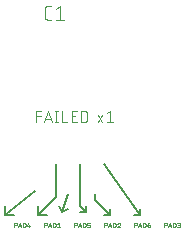
<source format=gbr>
G04 EAGLE Gerber X2 export*
%TF.Part,Single*%
%TF.FileFunction,Legend,Top,1*%
%TF.FilePolarity,Positive*%
%TF.GenerationSoftware,Autodesk,EAGLE,8.6.0*%
%TF.CreationDate,2018-01-28T06:29:07Z*%
G75*
%MOMM*%
%FSLAX34Y34*%
%LPD*%
%AMOC8*
5,1,8,0,0,1.08239X$1,22.5*%
G01*
%ADD10C,0.076200*%
%ADD11C,0.152400*%
%ADD12C,0.101600*%
%ADD13C,0.025400*%


D10*
X68961Y114681D02*
X68961Y124079D01*
X73138Y124079D01*
X73138Y119902D02*
X68961Y119902D01*
X76041Y114681D02*
X79174Y124079D01*
X82307Y114681D01*
X81524Y117031D02*
X76825Y117031D01*
X86489Y114681D02*
X86489Y124079D01*
X85445Y114681D02*
X87533Y114681D01*
X87533Y124079D02*
X85445Y124079D01*
X91516Y124079D02*
X91516Y114681D01*
X95693Y114681D01*
X99441Y114681D02*
X103618Y114681D01*
X99441Y114681D02*
X99441Y124079D01*
X103618Y124079D01*
X102573Y119902D02*
X99441Y119902D01*
X107348Y124079D02*
X107348Y114681D01*
X107348Y124079D02*
X109959Y124079D01*
X110059Y124077D01*
X110159Y124071D01*
X110258Y124062D01*
X110358Y124048D01*
X110456Y124031D01*
X110554Y124010D01*
X110651Y123986D01*
X110747Y123957D01*
X110842Y123925D01*
X110935Y123890D01*
X111027Y123851D01*
X111118Y123808D01*
X111206Y123762D01*
X111293Y123712D01*
X111378Y123660D01*
X111461Y123604D01*
X111542Y123545D01*
X111620Y123482D01*
X111696Y123417D01*
X111770Y123349D01*
X111840Y123279D01*
X111908Y123205D01*
X111973Y123129D01*
X112036Y123051D01*
X112095Y122970D01*
X112151Y122887D01*
X112203Y122802D01*
X112253Y122715D01*
X112299Y122627D01*
X112342Y122536D01*
X112381Y122444D01*
X112416Y122351D01*
X112448Y122256D01*
X112477Y122160D01*
X112501Y122063D01*
X112522Y121965D01*
X112539Y121867D01*
X112553Y121767D01*
X112562Y121668D01*
X112568Y121568D01*
X112570Y121468D01*
X112569Y121468D02*
X112569Y117292D01*
X112570Y117292D02*
X112568Y117192D01*
X112562Y117092D01*
X112553Y116993D01*
X112539Y116893D01*
X112522Y116795D01*
X112501Y116697D01*
X112477Y116600D01*
X112448Y116504D01*
X112416Y116409D01*
X112381Y116316D01*
X112342Y116224D01*
X112299Y116133D01*
X112253Y116045D01*
X112203Y115958D01*
X112151Y115873D01*
X112095Y115790D01*
X112036Y115709D01*
X111973Y115631D01*
X111908Y115555D01*
X111840Y115481D01*
X111770Y115411D01*
X111696Y115343D01*
X111620Y115278D01*
X111542Y115215D01*
X111461Y115156D01*
X111378Y115100D01*
X111293Y115048D01*
X111206Y114998D01*
X111118Y114952D01*
X111027Y114909D01*
X110935Y114870D01*
X110842Y114835D01*
X110747Y114803D01*
X110651Y114774D01*
X110554Y114750D01*
X110456Y114729D01*
X110358Y114712D01*
X110258Y114698D01*
X110159Y114689D01*
X110059Y114683D01*
X109959Y114681D01*
X107348Y114681D01*
X121281Y114681D02*
X125458Y120946D01*
X121281Y120946D02*
X125458Y114681D01*
X128989Y121991D02*
X131599Y124079D01*
X131599Y114681D01*
X128989Y114681D02*
X134210Y114681D01*
D11*
X68580Y55880D02*
X43180Y35560D01*
X43180Y43180D01*
X43180Y35560D02*
X50800Y35560D01*
X86360Y50800D02*
X86360Y78740D01*
X86360Y50800D02*
X71120Y35560D01*
X71120Y43180D01*
X71120Y35560D02*
X78740Y35560D01*
X91440Y38100D02*
X96520Y53340D01*
X88900Y43180D02*
X91440Y38100D01*
X96520Y40640D01*
X106680Y43180D02*
X106680Y78740D01*
X106680Y43180D02*
X111760Y38100D01*
X106680Y38100D01*
X111760Y38100D02*
X111760Y43180D01*
X119380Y48260D02*
X119380Y53340D01*
X119380Y48260D02*
X132080Y35560D01*
X132080Y40640D01*
X132080Y35560D02*
X127000Y35560D01*
X157480Y35560D02*
X127000Y78740D01*
X157480Y40640D02*
X157480Y35560D01*
X152400Y35560D01*
D12*
X81901Y201168D02*
X79304Y201168D01*
X79205Y201170D01*
X79105Y201176D01*
X79006Y201185D01*
X78908Y201198D01*
X78810Y201215D01*
X78712Y201236D01*
X78616Y201261D01*
X78521Y201289D01*
X78427Y201321D01*
X78334Y201356D01*
X78242Y201395D01*
X78152Y201438D01*
X78064Y201483D01*
X77977Y201533D01*
X77893Y201585D01*
X77810Y201641D01*
X77730Y201699D01*
X77652Y201761D01*
X77577Y201826D01*
X77504Y201894D01*
X77434Y201964D01*
X77366Y202037D01*
X77301Y202112D01*
X77239Y202190D01*
X77181Y202270D01*
X77125Y202353D01*
X77073Y202437D01*
X77023Y202524D01*
X76978Y202612D01*
X76935Y202702D01*
X76896Y202794D01*
X76861Y202887D01*
X76829Y202981D01*
X76801Y203076D01*
X76776Y203172D01*
X76755Y203270D01*
X76738Y203368D01*
X76725Y203466D01*
X76716Y203565D01*
X76710Y203665D01*
X76708Y203764D01*
X76708Y210256D01*
X76710Y210355D01*
X76716Y210455D01*
X76725Y210554D01*
X76738Y210652D01*
X76755Y210750D01*
X76776Y210848D01*
X76801Y210944D01*
X76829Y211039D01*
X76861Y211133D01*
X76896Y211226D01*
X76935Y211318D01*
X76978Y211408D01*
X77023Y211496D01*
X77073Y211583D01*
X77125Y211667D01*
X77181Y211750D01*
X77239Y211830D01*
X77301Y211908D01*
X77366Y211983D01*
X77434Y212056D01*
X77504Y212126D01*
X77577Y212194D01*
X77652Y212259D01*
X77730Y212321D01*
X77810Y212379D01*
X77893Y212435D01*
X77977Y212487D01*
X78064Y212537D01*
X78152Y212582D01*
X78242Y212625D01*
X78334Y212664D01*
X78426Y212699D01*
X78521Y212731D01*
X78616Y212759D01*
X78712Y212784D01*
X78810Y212805D01*
X78908Y212822D01*
X79006Y212835D01*
X79105Y212844D01*
X79205Y212850D01*
X79304Y212852D01*
X81901Y212852D01*
X86266Y210256D02*
X89512Y212852D01*
X89512Y201168D01*
X92757Y201168D02*
X86266Y201168D01*
D13*
X76327Y29337D02*
X76327Y25527D01*
X76327Y29337D02*
X77385Y29337D01*
X77449Y29335D01*
X77513Y29329D01*
X77576Y29320D01*
X77638Y29306D01*
X77700Y29289D01*
X77760Y29268D01*
X77819Y29244D01*
X77877Y29216D01*
X77932Y29184D01*
X77986Y29150D01*
X78037Y29112D01*
X78087Y29071D01*
X78133Y29027D01*
X78177Y28981D01*
X78218Y28931D01*
X78256Y28880D01*
X78290Y28826D01*
X78322Y28771D01*
X78350Y28713D01*
X78374Y28654D01*
X78395Y28594D01*
X78412Y28532D01*
X78426Y28470D01*
X78435Y28407D01*
X78441Y28343D01*
X78443Y28279D01*
X78441Y28215D01*
X78435Y28151D01*
X78426Y28088D01*
X78412Y28026D01*
X78395Y27964D01*
X78374Y27904D01*
X78350Y27845D01*
X78322Y27787D01*
X78290Y27732D01*
X78256Y27678D01*
X78218Y27627D01*
X78177Y27577D01*
X78133Y27531D01*
X78087Y27487D01*
X78037Y27446D01*
X77986Y27408D01*
X77932Y27374D01*
X77877Y27342D01*
X77819Y27314D01*
X77760Y27290D01*
X77700Y27269D01*
X77638Y27252D01*
X77576Y27238D01*
X77513Y27229D01*
X77449Y27223D01*
X77385Y27221D01*
X77385Y27220D02*
X76327Y27220D01*
X79603Y25527D02*
X80873Y29337D01*
X82143Y25527D01*
X81825Y26480D02*
X79920Y26480D01*
X83594Y25527D02*
X83594Y29337D01*
X84652Y29337D01*
X84716Y29335D01*
X84780Y29329D01*
X84843Y29320D01*
X84905Y29306D01*
X84967Y29289D01*
X85027Y29268D01*
X85086Y29244D01*
X85144Y29216D01*
X85199Y29184D01*
X85253Y29150D01*
X85304Y29112D01*
X85354Y29071D01*
X85400Y29027D01*
X85444Y28981D01*
X85485Y28931D01*
X85523Y28880D01*
X85557Y28826D01*
X85589Y28771D01*
X85617Y28713D01*
X85641Y28654D01*
X85662Y28594D01*
X85679Y28532D01*
X85693Y28470D01*
X85702Y28407D01*
X85708Y28343D01*
X85710Y28279D01*
X85711Y28279D02*
X85711Y26585D01*
X85710Y26585D02*
X85708Y26521D01*
X85702Y26457D01*
X85693Y26394D01*
X85679Y26332D01*
X85662Y26270D01*
X85641Y26210D01*
X85617Y26151D01*
X85589Y26093D01*
X85557Y26038D01*
X85523Y25984D01*
X85485Y25933D01*
X85444Y25883D01*
X85400Y25837D01*
X85354Y25793D01*
X85304Y25752D01*
X85253Y25714D01*
X85199Y25680D01*
X85144Y25648D01*
X85086Y25620D01*
X85027Y25596D01*
X84967Y25575D01*
X84905Y25558D01*
X84843Y25544D01*
X84780Y25535D01*
X84716Y25529D01*
X84652Y25527D01*
X83594Y25527D01*
X87373Y28490D02*
X88432Y29337D01*
X88432Y25527D01*
X89490Y25527D02*
X87373Y25527D01*
X127127Y25527D02*
X127127Y29337D01*
X128185Y29337D01*
X128249Y29335D01*
X128313Y29329D01*
X128376Y29320D01*
X128438Y29306D01*
X128500Y29289D01*
X128560Y29268D01*
X128619Y29244D01*
X128677Y29216D01*
X128732Y29184D01*
X128786Y29150D01*
X128837Y29112D01*
X128887Y29071D01*
X128933Y29027D01*
X128977Y28981D01*
X129018Y28931D01*
X129056Y28880D01*
X129090Y28826D01*
X129122Y28771D01*
X129150Y28713D01*
X129174Y28654D01*
X129195Y28594D01*
X129212Y28532D01*
X129226Y28470D01*
X129235Y28407D01*
X129241Y28343D01*
X129243Y28279D01*
X129241Y28215D01*
X129235Y28151D01*
X129226Y28088D01*
X129212Y28026D01*
X129195Y27964D01*
X129174Y27904D01*
X129150Y27845D01*
X129122Y27787D01*
X129090Y27732D01*
X129056Y27678D01*
X129018Y27627D01*
X128977Y27577D01*
X128933Y27531D01*
X128887Y27487D01*
X128837Y27446D01*
X128786Y27408D01*
X128732Y27374D01*
X128677Y27342D01*
X128619Y27314D01*
X128560Y27290D01*
X128500Y27269D01*
X128438Y27252D01*
X128376Y27238D01*
X128313Y27229D01*
X128249Y27223D01*
X128185Y27221D01*
X128185Y27220D02*
X127127Y27220D01*
X130403Y25527D02*
X131673Y29337D01*
X132943Y25527D01*
X132625Y26480D02*
X130720Y26480D01*
X134394Y25527D02*
X134394Y29337D01*
X135452Y29337D01*
X135516Y29335D01*
X135580Y29329D01*
X135643Y29320D01*
X135705Y29306D01*
X135767Y29289D01*
X135827Y29268D01*
X135886Y29244D01*
X135944Y29216D01*
X135999Y29184D01*
X136053Y29150D01*
X136104Y29112D01*
X136154Y29071D01*
X136200Y29027D01*
X136244Y28981D01*
X136285Y28931D01*
X136323Y28880D01*
X136357Y28826D01*
X136389Y28771D01*
X136417Y28713D01*
X136441Y28654D01*
X136462Y28594D01*
X136479Y28532D01*
X136493Y28470D01*
X136502Y28407D01*
X136508Y28343D01*
X136510Y28279D01*
X136511Y28279D02*
X136511Y26585D01*
X136510Y26585D02*
X136508Y26521D01*
X136502Y26457D01*
X136493Y26394D01*
X136479Y26332D01*
X136462Y26270D01*
X136441Y26210D01*
X136417Y26151D01*
X136389Y26093D01*
X136357Y26038D01*
X136323Y25984D01*
X136285Y25933D01*
X136244Y25883D01*
X136200Y25837D01*
X136154Y25793D01*
X136104Y25752D01*
X136053Y25714D01*
X135999Y25680D01*
X135944Y25648D01*
X135886Y25620D01*
X135827Y25596D01*
X135767Y25575D01*
X135705Y25558D01*
X135643Y25544D01*
X135580Y25535D01*
X135516Y25529D01*
X135452Y25527D01*
X134394Y25527D01*
X139338Y29338D02*
X139398Y29336D01*
X139457Y29330D01*
X139517Y29321D01*
X139575Y29308D01*
X139632Y29291D01*
X139689Y29271D01*
X139744Y29247D01*
X139797Y29220D01*
X139849Y29190D01*
X139898Y29156D01*
X139945Y29119D01*
X139990Y29080D01*
X140033Y29037D01*
X140072Y28992D01*
X140109Y28945D01*
X140143Y28896D01*
X140173Y28844D01*
X140200Y28791D01*
X140224Y28736D01*
X140244Y28679D01*
X140261Y28622D01*
X140274Y28564D01*
X140283Y28504D01*
X140289Y28445D01*
X140291Y28385D01*
X139338Y29337D02*
X139271Y29335D01*
X139204Y29330D01*
X139138Y29321D01*
X139072Y29308D01*
X139008Y29292D01*
X138944Y29272D01*
X138881Y29248D01*
X138819Y29222D01*
X138760Y29192D01*
X138702Y29159D01*
X138645Y29122D01*
X138591Y29083D01*
X138539Y29041D01*
X138490Y28996D01*
X138443Y28948D01*
X138399Y28898D01*
X138357Y28845D01*
X138319Y28790D01*
X138283Y28734D01*
X138251Y28675D01*
X138222Y28615D01*
X138196Y28553D01*
X138174Y28490D01*
X139973Y27644D02*
X140014Y27686D01*
X140053Y27731D01*
X140090Y27777D01*
X140124Y27826D01*
X140155Y27876D01*
X140182Y27928D01*
X140207Y27982D01*
X140229Y28037D01*
X140248Y28093D01*
X140263Y28150D01*
X140275Y28208D01*
X140283Y28267D01*
X140288Y28326D01*
X140290Y28385D01*
X139973Y27644D02*
X138173Y25527D01*
X140290Y25527D01*
X177927Y25527D02*
X177927Y29337D01*
X178985Y29337D01*
X179049Y29335D01*
X179113Y29329D01*
X179176Y29320D01*
X179238Y29306D01*
X179300Y29289D01*
X179360Y29268D01*
X179419Y29244D01*
X179477Y29216D01*
X179532Y29184D01*
X179586Y29150D01*
X179637Y29112D01*
X179687Y29071D01*
X179733Y29027D01*
X179777Y28981D01*
X179818Y28931D01*
X179856Y28880D01*
X179890Y28826D01*
X179922Y28771D01*
X179950Y28713D01*
X179974Y28654D01*
X179995Y28594D01*
X180012Y28532D01*
X180026Y28470D01*
X180035Y28407D01*
X180041Y28343D01*
X180043Y28279D01*
X180041Y28215D01*
X180035Y28151D01*
X180026Y28088D01*
X180012Y28026D01*
X179995Y27964D01*
X179974Y27904D01*
X179950Y27845D01*
X179922Y27787D01*
X179890Y27732D01*
X179856Y27678D01*
X179818Y27627D01*
X179777Y27577D01*
X179733Y27531D01*
X179687Y27487D01*
X179637Y27446D01*
X179586Y27408D01*
X179532Y27374D01*
X179477Y27342D01*
X179419Y27314D01*
X179360Y27290D01*
X179300Y27269D01*
X179238Y27252D01*
X179176Y27238D01*
X179113Y27229D01*
X179049Y27223D01*
X178985Y27221D01*
X178985Y27220D02*
X177927Y27220D01*
X181203Y25527D02*
X182473Y29337D01*
X183743Y25527D01*
X183425Y26480D02*
X181520Y26480D01*
X185194Y25527D02*
X185194Y29337D01*
X186252Y29337D01*
X186316Y29335D01*
X186380Y29329D01*
X186443Y29320D01*
X186505Y29306D01*
X186567Y29289D01*
X186627Y29268D01*
X186686Y29244D01*
X186744Y29216D01*
X186799Y29184D01*
X186853Y29150D01*
X186904Y29112D01*
X186954Y29071D01*
X187000Y29027D01*
X187044Y28981D01*
X187085Y28931D01*
X187123Y28880D01*
X187157Y28826D01*
X187189Y28771D01*
X187217Y28713D01*
X187241Y28654D01*
X187262Y28594D01*
X187279Y28532D01*
X187293Y28470D01*
X187302Y28407D01*
X187308Y28343D01*
X187310Y28279D01*
X187311Y28279D02*
X187311Y26585D01*
X187310Y26585D02*
X187308Y26521D01*
X187302Y26457D01*
X187293Y26394D01*
X187279Y26332D01*
X187262Y26270D01*
X187241Y26210D01*
X187217Y26151D01*
X187189Y26093D01*
X187157Y26038D01*
X187123Y25984D01*
X187085Y25933D01*
X187044Y25883D01*
X187000Y25837D01*
X186954Y25793D01*
X186904Y25752D01*
X186853Y25714D01*
X186799Y25680D01*
X186744Y25648D01*
X186686Y25620D01*
X186627Y25596D01*
X186567Y25575D01*
X186505Y25558D01*
X186443Y25544D01*
X186380Y25535D01*
X186316Y25529D01*
X186252Y25527D01*
X185194Y25527D01*
X188973Y25527D02*
X190032Y25527D01*
X190096Y25529D01*
X190160Y25535D01*
X190223Y25544D01*
X190285Y25558D01*
X190347Y25575D01*
X190407Y25596D01*
X190466Y25620D01*
X190524Y25648D01*
X190579Y25680D01*
X190633Y25714D01*
X190684Y25752D01*
X190734Y25793D01*
X190780Y25837D01*
X190824Y25883D01*
X190865Y25933D01*
X190903Y25984D01*
X190937Y26038D01*
X190969Y26093D01*
X190997Y26151D01*
X191021Y26210D01*
X191042Y26270D01*
X191059Y26332D01*
X191073Y26394D01*
X191082Y26457D01*
X191088Y26521D01*
X191090Y26585D01*
X191088Y26649D01*
X191082Y26713D01*
X191073Y26776D01*
X191059Y26838D01*
X191042Y26900D01*
X191021Y26960D01*
X190997Y27019D01*
X190969Y27077D01*
X190937Y27132D01*
X190903Y27186D01*
X190865Y27237D01*
X190824Y27287D01*
X190780Y27333D01*
X190734Y27377D01*
X190684Y27418D01*
X190633Y27456D01*
X190579Y27490D01*
X190524Y27522D01*
X190466Y27550D01*
X190407Y27574D01*
X190347Y27595D01*
X190285Y27612D01*
X190223Y27626D01*
X190160Y27635D01*
X190096Y27641D01*
X190032Y27643D01*
X190243Y29337D02*
X188973Y29337D01*
X190243Y29337D02*
X190300Y29335D01*
X190356Y29329D01*
X190412Y29320D01*
X190467Y29307D01*
X190521Y29290D01*
X190574Y29270D01*
X190625Y29246D01*
X190675Y29219D01*
X190722Y29188D01*
X190768Y29155D01*
X190811Y29118D01*
X190852Y29079D01*
X190890Y29037D01*
X190925Y28992D01*
X190957Y28946D01*
X190986Y28897D01*
X191011Y28847D01*
X191033Y28794D01*
X191052Y28741D01*
X191067Y28686D01*
X191078Y28631D01*
X191086Y28575D01*
X191090Y28518D01*
X191090Y28462D01*
X191086Y28405D01*
X191078Y28349D01*
X191067Y28294D01*
X191052Y28239D01*
X191033Y28186D01*
X191011Y28133D01*
X190986Y28083D01*
X190957Y28034D01*
X190925Y27988D01*
X190890Y27943D01*
X190852Y27901D01*
X190811Y27862D01*
X190768Y27825D01*
X190722Y27792D01*
X190675Y27761D01*
X190625Y27734D01*
X190574Y27710D01*
X190521Y27690D01*
X190467Y27673D01*
X190412Y27660D01*
X190356Y27651D01*
X190300Y27645D01*
X190243Y27643D01*
X190243Y27644D02*
X189397Y27644D01*
X50927Y29337D02*
X50927Y25527D01*
X50927Y29337D02*
X51985Y29337D01*
X52049Y29335D01*
X52113Y29329D01*
X52176Y29320D01*
X52238Y29306D01*
X52300Y29289D01*
X52360Y29268D01*
X52419Y29244D01*
X52477Y29216D01*
X52532Y29184D01*
X52586Y29150D01*
X52637Y29112D01*
X52687Y29071D01*
X52733Y29027D01*
X52777Y28981D01*
X52818Y28931D01*
X52856Y28880D01*
X52890Y28826D01*
X52922Y28771D01*
X52950Y28713D01*
X52974Y28654D01*
X52995Y28594D01*
X53012Y28532D01*
X53026Y28470D01*
X53035Y28407D01*
X53041Y28343D01*
X53043Y28279D01*
X53041Y28215D01*
X53035Y28151D01*
X53026Y28088D01*
X53012Y28026D01*
X52995Y27964D01*
X52974Y27904D01*
X52950Y27845D01*
X52922Y27787D01*
X52890Y27732D01*
X52856Y27678D01*
X52818Y27627D01*
X52777Y27577D01*
X52733Y27531D01*
X52687Y27487D01*
X52637Y27446D01*
X52586Y27408D01*
X52532Y27374D01*
X52477Y27342D01*
X52419Y27314D01*
X52360Y27290D01*
X52300Y27269D01*
X52238Y27252D01*
X52176Y27238D01*
X52113Y27229D01*
X52049Y27223D01*
X51985Y27221D01*
X51985Y27220D02*
X50927Y27220D01*
X54203Y25527D02*
X55473Y29337D01*
X56743Y25527D01*
X56425Y26480D02*
X54520Y26480D01*
X58194Y25527D02*
X58194Y29337D01*
X59252Y29337D01*
X59316Y29335D01*
X59380Y29329D01*
X59443Y29320D01*
X59505Y29306D01*
X59567Y29289D01*
X59627Y29268D01*
X59686Y29244D01*
X59744Y29216D01*
X59799Y29184D01*
X59853Y29150D01*
X59904Y29112D01*
X59954Y29071D01*
X60000Y29027D01*
X60044Y28981D01*
X60085Y28931D01*
X60123Y28880D01*
X60157Y28826D01*
X60189Y28771D01*
X60217Y28713D01*
X60241Y28654D01*
X60262Y28594D01*
X60279Y28532D01*
X60293Y28470D01*
X60302Y28407D01*
X60308Y28343D01*
X60310Y28279D01*
X60311Y28279D02*
X60311Y26585D01*
X60310Y26585D02*
X60308Y26521D01*
X60302Y26457D01*
X60293Y26394D01*
X60279Y26332D01*
X60262Y26270D01*
X60241Y26210D01*
X60217Y26151D01*
X60189Y26093D01*
X60157Y26038D01*
X60123Y25984D01*
X60085Y25933D01*
X60044Y25883D01*
X60000Y25837D01*
X59954Y25793D01*
X59904Y25752D01*
X59853Y25714D01*
X59799Y25680D01*
X59744Y25648D01*
X59686Y25620D01*
X59627Y25596D01*
X59567Y25575D01*
X59505Y25558D01*
X59443Y25544D01*
X59380Y25535D01*
X59316Y25529D01*
X59252Y25527D01*
X58194Y25527D01*
X61973Y26374D02*
X62820Y29337D01*
X61973Y26374D02*
X64090Y26374D01*
X63455Y27220D02*
X63455Y25527D01*
X101727Y25527D02*
X101727Y29337D01*
X102785Y29337D01*
X102849Y29335D01*
X102913Y29329D01*
X102976Y29320D01*
X103038Y29306D01*
X103100Y29289D01*
X103160Y29268D01*
X103219Y29244D01*
X103277Y29216D01*
X103332Y29184D01*
X103386Y29150D01*
X103437Y29112D01*
X103487Y29071D01*
X103533Y29027D01*
X103577Y28981D01*
X103618Y28931D01*
X103656Y28880D01*
X103690Y28826D01*
X103722Y28771D01*
X103750Y28713D01*
X103774Y28654D01*
X103795Y28594D01*
X103812Y28532D01*
X103826Y28470D01*
X103835Y28407D01*
X103841Y28343D01*
X103843Y28279D01*
X103841Y28215D01*
X103835Y28151D01*
X103826Y28088D01*
X103812Y28026D01*
X103795Y27964D01*
X103774Y27904D01*
X103750Y27845D01*
X103722Y27787D01*
X103690Y27732D01*
X103656Y27678D01*
X103618Y27627D01*
X103577Y27577D01*
X103533Y27531D01*
X103487Y27487D01*
X103437Y27446D01*
X103386Y27408D01*
X103332Y27374D01*
X103277Y27342D01*
X103219Y27314D01*
X103160Y27290D01*
X103100Y27269D01*
X103038Y27252D01*
X102976Y27238D01*
X102913Y27229D01*
X102849Y27223D01*
X102785Y27221D01*
X102785Y27220D02*
X101727Y27220D01*
X105003Y25527D02*
X106273Y29337D01*
X107543Y25527D01*
X107225Y26480D02*
X105320Y26480D01*
X108994Y25527D02*
X108994Y29337D01*
X110052Y29337D01*
X110116Y29335D01*
X110180Y29329D01*
X110243Y29320D01*
X110305Y29306D01*
X110367Y29289D01*
X110427Y29268D01*
X110486Y29244D01*
X110544Y29216D01*
X110599Y29184D01*
X110653Y29150D01*
X110704Y29112D01*
X110754Y29071D01*
X110800Y29027D01*
X110844Y28981D01*
X110885Y28931D01*
X110923Y28880D01*
X110957Y28826D01*
X110989Y28771D01*
X111017Y28713D01*
X111041Y28654D01*
X111062Y28594D01*
X111079Y28532D01*
X111093Y28470D01*
X111102Y28407D01*
X111108Y28343D01*
X111110Y28279D01*
X111111Y28279D02*
X111111Y26585D01*
X111110Y26585D02*
X111108Y26521D01*
X111102Y26457D01*
X111093Y26394D01*
X111079Y26332D01*
X111062Y26270D01*
X111041Y26210D01*
X111017Y26151D01*
X110989Y26093D01*
X110957Y26038D01*
X110923Y25984D01*
X110885Y25933D01*
X110844Y25883D01*
X110800Y25837D01*
X110754Y25793D01*
X110704Y25752D01*
X110653Y25714D01*
X110599Y25680D01*
X110544Y25648D01*
X110486Y25620D01*
X110427Y25596D01*
X110367Y25575D01*
X110305Y25558D01*
X110243Y25544D01*
X110180Y25535D01*
X110116Y25529D01*
X110052Y25527D01*
X108994Y25527D01*
X112773Y25527D02*
X114043Y25527D01*
X114098Y25529D01*
X114154Y25534D01*
X114208Y25543D01*
X114262Y25556D01*
X114315Y25572D01*
X114367Y25591D01*
X114418Y25614D01*
X114467Y25640D01*
X114514Y25670D01*
X114559Y25702D01*
X114601Y25737D01*
X114642Y25775D01*
X114680Y25816D01*
X114715Y25858D01*
X114747Y25903D01*
X114777Y25951D01*
X114803Y25999D01*
X114826Y26050D01*
X114845Y26102D01*
X114861Y26155D01*
X114874Y26209D01*
X114883Y26263D01*
X114888Y26319D01*
X114890Y26374D01*
X114890Y26797D01*
X114888Y26852D01*
X114883Y26908D01*
X114874Y26962D01*
X114861Y27016D01*
X114845Y27069D01*
X114826Y27121D01*
X114803Y27172D01*
X114777Y27221D01*
X114747Y27268D01*
X114715Y27313D01*
X114680Y27355D01*
X114642Y27396D01*
X114601Y27434D01*
X114559Y27469D01*
X114514Y27501D01*
X114467Y27531D01*
X114418Y27557D01*
X114367Y27580D01*
X114315Y27599D01*
X114262Y27615D01*
X114208Y27628D01*
X114154Y27637D01*
X114098Y27642D01*
X114043Y27644D01*
X112773Y27644D01*
X112773Y29337D01*
X114890Y29337D01*
X152527Y29337D02*
X152527Y25527D01*
X152527Y29337D02*
X153585Y29337D01*
X153649Y29335D01*
X153713Y29329D01*
X153776Y29320D01*
X153838Y29306D01*
X153900Y29289D01*
X153960Y29268D01*
X154019Y29244D01*
X154077Y29216D01*
X154132Y29184D01*
X154186Y29150D01*
X154237Y29112D01*
X154287Y29071D01*
X154333Y29027D01*
X154377Y28981D01*
X154418Y28931D01*
X154456Y28880D01*
X154490Y28826D01*
X154522Y28771D01*
X154550Y28713D01*
X154574Y28654D01*
X154595Y28594D01*
X154612Y28532D01*
X154626Y28470D01*
X154635Y28407D01*
X154641Y28343D01*
X154643Y28279D01*
X154641Y28215D01*
X154635Y28151D01*
X154626Y28088D01*
X154612Y28026D01*
X154595Y27964D01*
X154574Y27904D01*
X154550Y27845D01*
X154522Y27787D01*
X154490Y27732D01*
X154456Y27678D01*
X154418Y27627D01*
X154377Y27577D01*
X154333Y27531D01*
X154287Y27487D01*
X154237Y27446D01*
X154186Y27408D01*
X154132Y27374D01*
X154077Y27342D01*
X154019Y27314D01*
X153960Y27290D01*
X153900Y27269D01*
X153838Y27252D01*
X153776Y27238D01*
X153713Y27229D01*
X153649Y27223D01*
X153585Y27221D01*
X153585Y27220D02*
X152527Y27220D01*
X155803Y25527D02*
X157073Y29337D01*
X158343Y25527D01*
X158025Y26480D02*
X156120Y26480D01*
X159794Y25527D02*
X159794Y29337D01*
X160852Y29337D01*
X160916Y29335D01*
X160980Y29329D01*
X161043Y29320D01*
X161105Y29306D01*
X161167Y29289D01*
X161227Y29268D01*
X161286Y29244D01*
X161344Y29216D01*
X161399Y29184D01*
X161453Y29150D01*
X161504Y29112D01*
X161554Y29071D01*
X161600Y29027D01*
X161644Y28981D01*
X161685Y28931D01*
X161723Y28880D01*
X161757Y28826D01*
X161789Y28771D01*
X161817Y28713D01*
X161841Y28654D01*
X161862Y28594D01*
X161879Y28532D01*
X161893Y28470D01*
X161902Y28407D01*
X161908Y28343D01*
X161910Y28279D01*
X161911Y28279D02*
X161911Y26585D01*
X161910Y26585D02*
X161908Y26521D01*
X161902Y26457D01*
X161893Y26394D01*
X161879Y26332D01*
X161862Y26270D01*
X161841Y26210D01*
X161817Y26151D01*
X161789Y26093D01*
X161757Y26038D01*
X161723Y25984D01*
X161685Y25933D01*
X161644Y25883D01*
X161600Y25837D01*
X161554Y25793D01*
X161504Y25752D01*
X161453Y25714D01*
X161399Y25680D01*
X161344Y25648D01*
X161286Y25620D01*
X161227Y25596D01*
X161167Y25575D01*
X161105Y25558D01*
X161043Y25544D01*
X160980Y25535D01*
X160916Y25529D01*
X160852Y25527D01*
X159794Y25527D01*
X163573Y27644D02*
X164843Y27644D01*
X164898Y27642D01*
X164954Y27637D01*
X165008Y27628D01*
X165062Y27615D01*
X165115Y27599D01*
X165167Y27580D01*
X165218Y27557D01*
X165267Y27531D01*
X165314Y27501D01*
X165359Y27469D01*
X165401Y27434D01*
X165442Y27396D01*
X165480Y27355D01*
X165515Y27313D01*
X165547Y27268D01*
X165577Y27221D01*
X165603Y27172D01*
X165626Y27121D01*
X165645Y27069D01*
X165661Y27016D01*
X165674Y26962D01*
X165683Y26908D01*
X165688Y26852D01*
X165690Y26797D01*
X165690Y26585D01*
X165688Y26521D01*
X165682Y26457D01*
X165673Y26394D01*
X165659Y26332D01*
X165642Y26270D01*
X165621Y26210D01*
X165597Y26151D01*
X165569Y26093D01*
X165537Y26038D01*
X165503Y25984D01*
X165465Y25933D01*
X165424Y25883D01*
X165380Y25837D01*
X165334Y25793D01*
X165284Y25752D01*
X165233Y25714D01*
X165179Y25680D01*
X165124Y25648D01*
X165066Y25620D01*
X165007Y25596D01*
X164947Y25575D01*
X164885Y25558D01*
X164823Y25544D01*
X164760Y25535D01*
X164696Y25529D01*
X164632Y25527D01*
X164568Y25529D01*
X164504Y25535D01*
X164441Y25544D01*
X164379Y25558D01*
X164317Y25575D01*
X164257Y25596D01*
X164198Y25620D01*
X164140Y25648D01*
X164085Y25680D01*
X164031Y25714D01*
X163980Y25752D01*
X163930Y25793D01*
X163884Y25837D01*
X163840Y25883D01*
X163799Y25933D01*
X163761Y25984D01*
X163727Y26038D01*
X163695Y26093D01*
X163667Y26151D01*
X163643Y26210D01*
X163622Y26270D01*
X163605Y26332D01*
X163591Y26394D01*
X163582Y26457D01*
X163576Y26521D01*
X163574Y26585D01*
X163573Y26585D02*
X163573Y27644D01*
X163574Y27644D02*
X163576Y27725D01*
X163582Y27805D01*
X163591Y27885D01*
X163605Y27964D01*
X163622Y28043D01*
X163643Y28121D01*
X163667Y28198D01*
X163695Y28273D01*
X163727Y28347D01*
X163762Y28420D01*
X163801Y28490D01*
X163843Y28559D01*
X163888Y28626D01*
X163936Y28691D01*
X163988Y28753D01*
X164042Y28812D01*
X164099Y28869D01*
X164158Y28923D01*
X164220Y28975D01*
X164285Y29023D01*
X164352Y29068D01*
X164420Y29110D01*
X164491Y29149D01*
X164564Y29184D01*
X164638Y29216D01*
X164713Y29244D01*
X164790Y29268D01*
X164868Y29289D01*
X164947Y29306D01*
X165026Y29320D01*
X165106Y29329D01*
X165186Y29335D01*
X165267Y29337D01*
M02*

</source>
